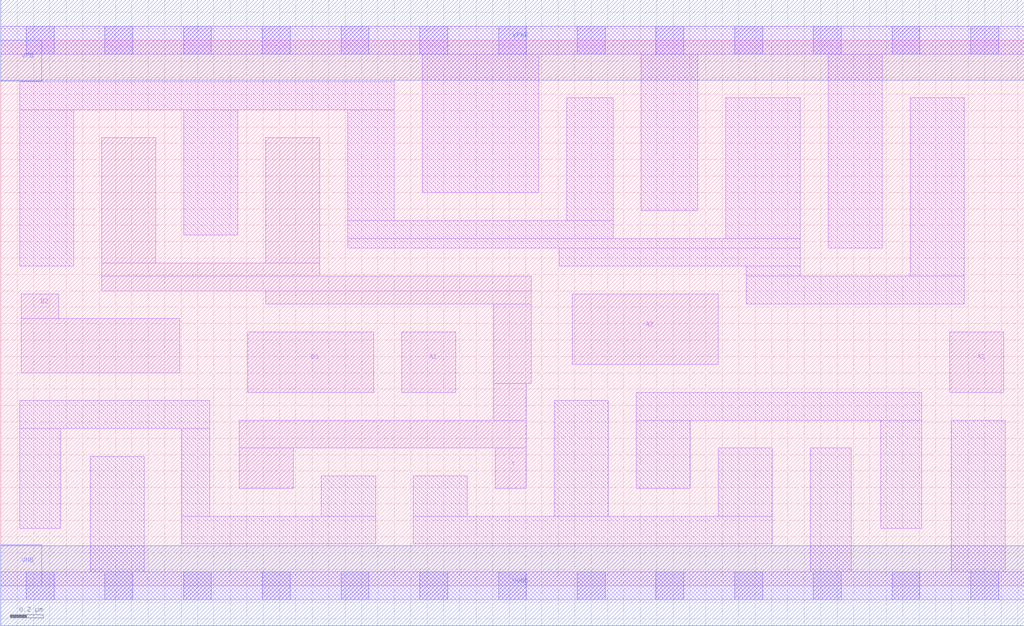
<source format=lef>
# Copyright 2020 The SkyWater PDK Authors
#
# Licensed under the Apache License, Version 2.0 (the "License");
# you may not use this file except in compliance with the License.
# You may obtain a copy of the License at
#
#     https://www.apache.org/licenses/LICENSE-2.0
#
# Unless required by applicable law or agreed to in writing, software
# distributed under the License is distributed on an "AS IS" BASIS,
# WITHOUT WARRANTIES OR CONDITIONS OF ANY KIND, either express or implied.
# See the License for the specific language governing permissions and
# limitations under the License.
#
# SPDX-License-Identifier: Apache-2.0

VERSION 5.5 ;
NAMESCASESENSITIVE ON ;
BUSBITCHARS "[]" ;
DIVIDERCHAR "/" ;
MACRO sky130_fd_sc_ms__a32oi_2
  CLASS CORE ;
  SOURCE USER ;
  ORIGIN  0.000000  0.000000 ;
  SIZE  6.240000 BY  3.330000 ;
  SYMMETRY X Y ;
  SITE unit ;
  PIN A1
    ANTENNAGATEAREA  0.558000 ;
    DIRECTION INPUT ;
    USE SIGNAL ;
    PORT
      LAYER li1 ;
        RECT 2.445000 1.180000 2.775000 1.550000 ;
    END
  END A1
  PIN A2
    ANTENNAGATEAREA  0.558000 ;
    DIRECTION INPUT ;
    USE SIGNAL ;
    PORT
      LAYER li1 ;
        RECT 3.485000 1.350000 4.375000 1.780000 ;
    END
  END A2
  PIN A3
    ANTENNAGATEAREA  0.558000 ;
    DIRECTION INPUT ;
    USE SIGNAL ;
    PORT
      LAYER li1 ;
        RECT 5.785000 1.180000 6.115000 1.550000 ;
    END
  END A3
  PIN B1
    ANTENNAGATEAREA  0.558000 ;
    DIRECTION INPUT ;
    USE SIGNAL ;
    PORT
      LAYER li1 ;
        RECT 1.505000 1.180000 2.275000 1.550000 ;
    END
  END B1
  PIN B2
    ANTENNAGATEAREA  0.558000 ;
    DIRECTION INPUT ;
    USE SIGNAL ;
    PORT
      LAYER li1 ;
        RECT 0.125000 1.300000 1.090000 1.630000 ;
        RECT 0.125000 1.630000 0.355000 1.780000 ;
    END
  END B2
  PIN Y
    ANTENNADIFFAREA  1.192800 ;
    DIRECTION OUTPUT ;
    USE SIGNAL ;
    PORT
      LAYER li1 ;
        RECT 0.615000 1.800000 3.235000 1.890000 ;
        RECT 0.615000 1.890000 1.945000 1.970000 ;
        RECT 0.615000 1.970000 0.945000 2.735000 ;
        RECT 1.455000 0.595000 1.785000 0.840000 ;
        RECT 1.455000 0.840000 3.205000 1.010000 ;
        RECT 1.615000 1.720000 3.235000 1.800000 ;
        RECT 1.615000 1.970000 1.945000 2.735000 ;
        RECT 3.005000 1.010000 3.205000 1.235000 ;
        RECT 3.005000 1.235000 3.235000 1.720000 ;
        RECT 3.015000 0.595000 3.205000 0.840000 ;
    END
  END Y
  PIN VGND
    DIRECTION INOUT ;
    USE GROUND ;
    PORT
      LAYER met1 ;
        RECT 0.000000 -0.245000 6.240000 0.245000 ;
    END
  END VGND
  PIN VNB
    DIRECTION INOUT ;
    USE GROUND ;
    PORT
      LAYER met1 ;
        RECT 0.000000 0.000000 0.250000 0.250000 ;
    END
  END VNB
  PIN VPB
    DIRECTION INOUT ;
    USE POWER ;
    PORT
      LAYER met1 ;
        RECT 0.000000 3.080000 0.250000 3.330000 ;
    END
  END VPB
  PIN VPWR
    DIRECTION INOUT ;
    USE POWER ;
    PORT
      LAYER met1 ;
        RECT 0.000000 3.085000 6.240000 3.575000 ;
    END
  END VPWR
  OBS
    LAYER li1 ;
      RECT 0.000000 -0.085000 6.240000 0.085000 ;
      RECT 0.000000  3.245000 6.240000 3.415000 ;
      RECT 0.115000  0.350000 0.365000 0.960000 ;
      RECT 0.115000  0.960000 1.275000 1.130000 ;
      RECT 0.115000  1.950000 0.445000 2.905000 ;
      RECT 0.115000  2.905000 2.400000 3.075000 ;
      RECT 0.545000  0.085000 0.875000 0.790000 ;
      RECT 1.105000  0.255000 2.285000 0.425000 ;
      RECT 1.105000  0.425000 1.275000 0.960000 ;
      RECT 1.115000  2.140000 1.445000 2.905000 ;
      RECT 1.955000  0.425000 2.285000 0.670000 ;
      RECT 2.115000  2.060000 4.875000 2.120000 ;
      RECT 2.115000  2.120000 3.735000 2.230000 ;
      RECT 2.115000  2.230000 2.400000 2.905000 ;
      RECT 2.515000  0.255000 4.705000 0.425000 ;
      RECT 2.515000  0.425000 2.845000 0.670000 ;
      RECT 2.570000  2.400000 3.280000 3.245000 ;
      RECT 3.375000  0.425000 3.705000 1.130000 ;
      RECT 3.405000  1.950000 4.875000 2.060000 ;
      RECT 3.450000  2.230000 3.735000 2.980000 ;
      RECT 3.875000  0.595000 4.205000 1.010000 ;
      RECT 3.875000  1.010000 5.615000 1.180000 ;
      RECT 3.905000  2.290000 4.250000 3.245000 ;
      RECT 4.375000  0.425000 4.705000 0.840000 ;
      RECT 4.420000  2.120000 4.875000 2.980000 ;
      RECT 4.545000  1.720000 5.875000 1.890000 ;
      RECT 4.545000  1.890000 4.875000 1.950000 ;
      RECT 4.935000  0.085000 5.185000 0.840000 ;
      RECT 5.045000  2.060000 5.375000 3.245000 ;
      RECT 5.365000  0.350000 5.615000 1.010000 ;
      RECT 5.545000  1.890000 5.875000 2.980000 ;
      RECT 5.795000  0.085000 6.125000 1.010000 ;
    LAYER mcon ;
      RECT 0.155000 -0.085000 0.325000 0.085000 ;
      RECT 0.155000  3.245000 0.325000 3.415000 ;
      RECT 0.635000 -0.085000 0.805000 0.085000 ;
      RECT 0.635000  3.245000 0.805000 3.415000 ;
      RECT 1.115000 -0.085000 1.285000 0.085000 ;
      RECT 1.115000  3.245000 1.285000 3.415000 ;
      RECT 1.595000 -0.085000 1.765000 0.085000 ;
      RECT 1.595000  3.245000 1.765000 3.415000 ;
      RECT 2.075000 -0.085000 2.245000 0.085000 ;
      RECT 2.075000  3.245000 2.245000 3.415000 ;
      RECT 2.555000 -0.085000 2.725000 0.085000 ;
      RECT 2.555000  3.245000 2.725000 3.415000 ;
      RECT 3.035000 -0.085000 3.205000 0.085000 ;
      RECT 3.035000  3.245000 3.205000 3.415000 ;
      RECT 3.515000 -0.085000 3.685000 0.085000 ;
      RECT 3.515000  3.245000 3.685000 3.415000 ;
      RECT 3.995000 -0.085000 4.165000 0.085000 ;
      RECT 3.995000  3.245000 4.165000 3.415000 ;
      RECT 4.475000 -0.085000 4.645000 0.085000 ;
      RECT 4.475000  3.245000 4.645000 3.415000 ;
      RECT 4.955000 -0.085000 5.125000 0.085000 ;
      RECT 4.955000  3.245000 5.125000 3.415000 ;
      RECT 5.435000 -0.085000 5.605000 0.085000 ;
      RECT 5.435000  3.245000 5.605000 3.415000 ;
      RECT 5.915000 -0.085000 6.085000 0.085000 ;
      RECT 5.915000  3.245000 6.085000 3.415000 ;
  END
END sky130_fd_sc_ms__a32oi_2
END LIBRARY

</source>
